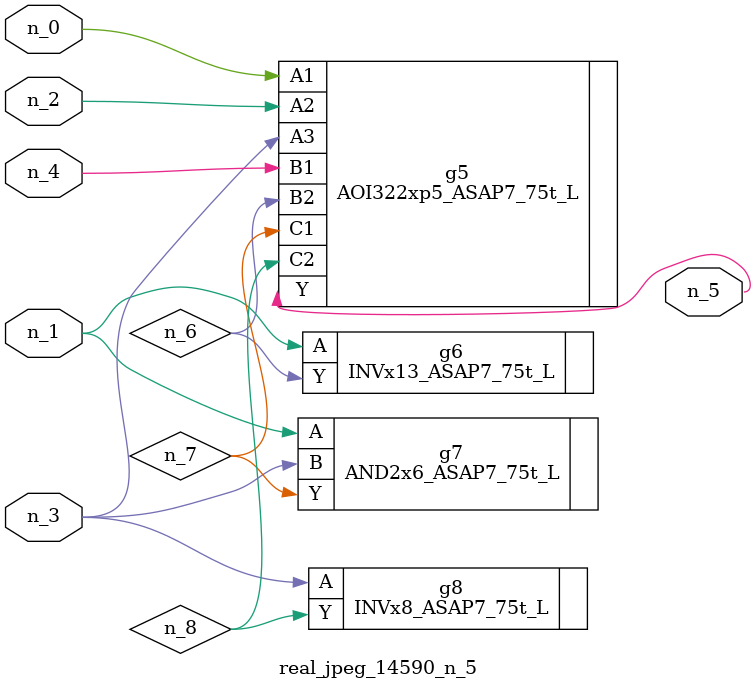
<source format=v>
module real_jpeg_14590_n_5 (n_4, n_0, n_1, n_2, n_3, n_5);

input n_4;
input n_0;
input n_1;
input n_2;
input n_3;

output n_5;

wire n_8;
wire n_6;
wire n_7;

AOI322xp5_ASAP7_75t_L g5 ( 
.A1(n_0),
.A2(n_2),
.A3(n_3),
.B1(n_4),
.B2(n_6),
.C1(n_7),
.C2(n_8),
.Y(n_5)
);

INVx13_ASAP7_75t_L g6 ( 
.A(n_1),
.Y(n_6)
);

AND2x6_ASAP7_75t_L g7 ( 
.A(n_1),
.B(n_3),
.Y(n_7)
);

INVx8_ASAP7_75t_L g8 ( 
.A(n_3),
.Y(n_8)
);


endmodule
</source>
